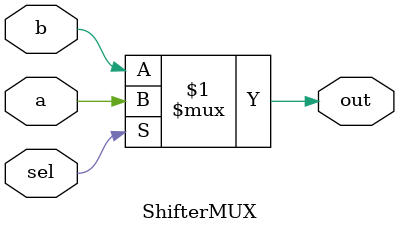
<source format=v>

module ShifterMUX( a, b, sel, out );

input a, b, sel ;
output out ;
wire out ;

assign out = sel ? a : b ;

endmodule





</source>
